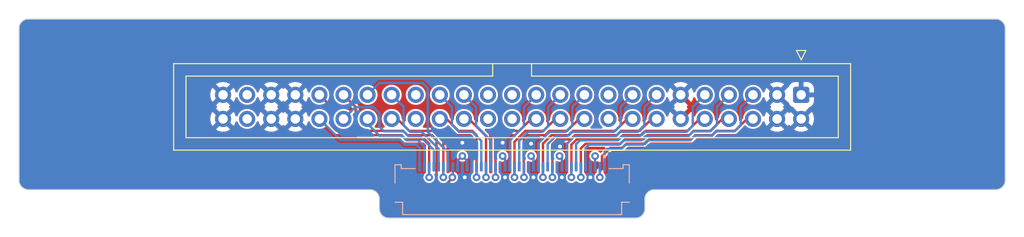
<source format=kicad_pcb>
(kicad_pcb (version 20221018) (generator pcbnew)
  (layers (0 "F.Cu" signal) (1 "In1.Cu" signal) (2 "In2.Cu" signal) (31 "B.Cu" signal) (34 "B.Paste" user) (35 "F.Paste" user) (36 "B.SilkS" user "B.Silkscreen") (37 "F.SilkS" user "F.Silkscreen") (38 "B.Mask" user) (39 "F.Mask" user) (44 "Edge.Cuts" user))
  (net 0 "")
  (net 1 "GND")
  (net 2 "RCP-58")
  (net 3 "RCP-57")
  (net 4 "RCP-54")
  (net 5 "RCP-53")
  (net 6 "RCP-52")
  (net 7 "RCP-51")
  (net 8 "RCP-50")
  (net 9 "RCP-47")
  (net 10 "RCP-46")
  (net 11 "RCP-45")
  (net 12 "3v3")
  (net 13 "RCP-44")
  (net 14 "RCP-41")
  (net 15 "RCP-40")
  (net 16 "RCP-39")
  (net 17 "RCP-38")
  (net 18 "RCP-35")
  (net 23 "RCP-34")
  (net 24 "RCP-33")
  (net 25 "RCP-32")
  (net 26 "RCP-31")
  (net 27 "PIF-5")
  (net 28 "PIF-3")
  (net 29 "PIF-1")
  (net 30 "CPU-57")
  (net 31 "RCP-26")
  (net 32 "PIF-7")
  (net 33 "PIF-23")
  (net 34 "SYNC")
  (footprint "Connector_IDC:IDC-Header_2x25_P2.54mm_Vertical" (layer "F.Cu") (at 192.48 72 -90)
    (fp_text reference "J1" hide)
    (fp_text value "Conn_02x25_Top_Bottom")
    (fp_line (start -4.68 -0.5) (end -4.68 0.5) (stroke (width 0.12)) (layer "F.SilkS"))
    (fp_line (start -4.68 0.5) (end -3.68 0) (stroke (width 0.12)) (layer "F.SilkS"))
    (fp_line (start -3.68 0) (end -4.68 -0.5) (stroke (width 0.12)) (layer "F.SilkS"))
    (fp_line (start -3.29 -5.21) (end 5.83 -5.21) (stroke (width 0.12)) (layer "F.SilkS"))
    (fp_line (start -3.29 28.43) (end -1.98 28.43) (stroke (width 0.12)) (layer "F.SilkS"))
    (fp_line (start -3.29 66.17) (end -3.29 -5.21) (stroke (width 0.12)) (layer "F.SilkS"))
    (fp_line (start -1.98 -3.91) (end 4.52 -3.91) (stroke (width 0.12)) (layer "F.SilkS"))
    (fp_line (start -1.98 28.43) (end -1.98 -3.91) (stroke (width 0.12)) (layer "F.SilkS"))
    (fp_line (start -1.98 32.53) (end -3.29 32.53) (stroke (width 0.12)) (layer "F.SilkS"))
    (fp_line (start -1.98 32.53) (end -1.98 32.53) (stroke (width 0.12)) (layer "F.SilkS"))
    (fp_line (start -1.98 64.87) (end -1.98 32.53) (stroke (width 0.12)) (layer "F.SilkS"))
    (fp_line (start 4.52 -3.91) (end 4.52 64.87) (stroke (width 0.12)) (layer "F.SilkS"))
    (fp_line (start 4.52 64.87) (end -1.98 64.87) (stroke (width 0.12)) (layer "F.SilkS"))
    (fp_line (start 5.83 -5.21) (end 5.83 66.17) (stroke (width 0.12)) (layer "F.SilkS"))
    (fp_line (start 5.83 66.17) (end -3.29 66.17) (stroke (width 0.12)) (layer "F.SilkS"))
    (pad "1" thru_hole roundrect (at 0 0 270) (size 1.7 1.7) (drill 1) (layers "*.Cu" "*.Mask") (roundrect_rratio 0.1470588235) (net 1 "GND"))
    (pad "2" thru_hole circle (at 2.54 0 270) (size 1.7 1.7) (drill 1) (layers "*.Cu" "*.Mask") (net 1 "GND"))
    (pad "3" thru_hole circle (at 0 2.54 270) (size 1.7 1.7) (drill 1) (layers "*.Cu" "*.Mask") (net 1 "GND"))
    (pad "4" thru_hole circle (at 2.54 2.54 270) (size 1.7 1.7) (drill 1) (layers "*.Cu" "*.Mask") (net 1 "GND"))
    (pad "5" thru_hole circle (at 0 5.08 270) (size 1.7 1.7) (drill 1) (layers "*.Cu" "*.Mask") (net 2 "RCP-58"))
    (pad "6" thru_hole circle (at 2.54 5.08 270) (size 1.7 1.7) (drill 1) (layers "*.Cu" "*.Mask") (net 3 "RCP-57"))
    (pad "7" thru_hole circle (at 0 7.62 270) (size 1.7 1.7) (drill 1) (layers "*.Cu" "*.Mask") (net 4 "RCP-54"))
    (pad "8" thru_hole circle (at 2.54 7.62 270) (size 1.7 1.7) (drill 1) (layers "*.Cu" "*.Mask") (net 5 "RCP-53"))
    (pad "9" thru_hole circle (at 0 10.16 270) (size 1.7 1.7) (drill 1) (layers "*.Cu" "*.Mask") (net 6 "RCP-52"))
    (pad "10" thru_hole circle (at 2.54 10.16 270) (size 1.7 1.7) (drill 1) (layers "*.Cu" "*.Mask") (net 7 "RCP-51"))
    (pad "11" thru_hole circle (at 0 12.7 270) (size 1.7 1.7) (drill 1) (layers "*.Cu" "*.Mask") (net 1 "GND"))
    (pad "12" thru_hole circle (at 2.54 12.7 270) (size 1.7 1.7) (drill 1) (layers "*.Cu" "*.Mask") (net 1 "GND"))
    (pad "13" thru_hole circle (at 0 15.24 270) (size 1.7 1.7) (drill 1) (layers "*.Cu" "*.Mask") (net 8 "RCP-50"))
    (pad "14" thru_hole circle (at 2.54 15.24 270) (size 1.7 1.7) (drill 1) (layers "*.Cu" "*.Mask") (net 9 "RCP-47"))
    (pad "15" thru_hole circle (at 0 17.78 270) (size 1.7 1.7) (drill 1) (layers "*.Cu" "*.Mask") (net 10 "RCP-46"))
    (pad "16" thru_hole circle (at 2.54 17.78 270) (size 1.7 1.7) (drill 1) (layers "*.Cu" "*.Mask") (net 11 "RCP-45"))
    (pad "17" thru_hole circle (at 0 20.32 270) (size 1.7 1.7) (drill 1) (layers "*.Cu" "*.Mask") (net 12 "3v3"))
    (pad "18" thru_hole circle (at 2.54 20.32 270) (size 1.7 1.7) (drill 1) (layers "*.Cu" "*.Mask") (net 12 "3v3"))
    (pad "19" thru_hole circle (at 0 22.86 270) (size 1.7 1.7) (drill 1) (layers "*.Cu" "*.Mask") (net 13 "RCP-44"))
    (pad "20" thru_hole circle (at 2.54 22.86 270) (size 1.7 1.7) (drill 1) (layers "*.Cu" "*.Mask") (net 14 "RCP-41"))
    (pad "21" thru_hole circle (at 0 25.4 270) (size 1.7 1.7) (drill 1) (layers "*.Cu" "*.Mask") (net 15 "RCP-40"))
    (pad "22" thru_hole circle (at 2.54 25.4 270) (size 1.7 1.7) (drill 1) (layers "*.Cu" "*.Mask") (net 16 "RCP-39"))
    (pad "23" thru_hole circle (at 0 27.94 270) (size 1.7 1.7) (drill 1) (layers "*.Cu" "*.Mask") (net 17 "RCP-38"))
    (pad "24" thru_hole circle (at 2.54 27.94 270) (size 1.7 1.7) (drill 1) (layers "*.Cu" "*.Mask") (net 18 "RCP-35"))
    (pad "25" thru_hole circle (at 0 30.48 270) (size 1.7 1.7) (drill 1) (layers "*.Cu" "*.Mask"))
    (pad "26" thru_hole circle (at 2.54 30.48 270) (size 1.7 1.7) (drill 1) (layers "*.Cu" "*.Mask"))
    (pad "27" thru_hole circle (at 0 33.02 270) (size 1.7 1.7) (drill 1) (layers "*.Cu" "*.Mask"))
    (pad "28" thru_hole circle (at 2.54 33.02 270) (size 1.7 1.7) (drill 1) (layers "*.Cu" "*.Mask"))
    (pad "29" thru_hole circle (at 0 35.56 270) (size 1.7 1.7) (drill 1) (layers "*.Cu" "*.Mask") (net 23 "RCP-34"))
    (pad "30" thru_hole circle (at 2.54 35.56 270) (size 1.7 1.7) (drill 1) (layers "*.Cu" "*.Mask") (net 24 "RCP-33"))
    (pad "31" thru_hole circle (at 0 38.1 270) (size 1.7 1.7) (drill 1) (layers "*.Cu" "*.Mask") (net 25 "RCP-32"))
    (pad "32" thru_hole circle (at 2.54 38.1 270) (size 1.7 1.7) (drill 1) (layers "*.Cu" "*.Mask") (net 26 "RCP-31"))
    (pad "33" thru_hole circle (at 0 40.64 270) (size 1.7 1.7) (drill 1) (layers "*.Cu" "*.Mask") (net 12 "3v3"))
    (pad "34" thru_hole circle (at 2.54 40.64 270) (size 1.7 1.7) (drill 1) (layers "*.Cu" "*.Mask") (net 12 "3v3"))
    (pad "35" thru_hole circle (at 0 43.18 270) (size 1.7 1.7) (drill 1) (layers "*.Cu" "*.Mask") (net 27 "PIF-5"))
    (pad "36" thru_hole circle (at 2.54 43.18 270) (size 1.7 1.7) (drill 1) (layers "*.Cu" "*.Mask") (net 28 "PIF-3"))
    (pad "37" thru_hole circle (at 0 45.72 270) (size 1.7 1.7) (drill 1) (layers "*.Cu" "*.Mask") (net 29 "PIF-1"))
    (pad "38" thru_hole circle (at 2.54 45.72 270) (size 1.7 1.7) (drill 1) (layers "*.Cu" "*.Mask") (net 30 "CPU-57"))
    (pad "39" thru_hole circle (at 0 48.26 270) (size 1.7 1.7) (drill 1) (layers "*.Cu" "*.Mask") (net 31 "RCP-26"))
    (pad "40" thru_hole circle (at 2.54 48.26 270) (size 1.7 1.7) (drill 1) (layers "*.Cu" "*.Mask") (net 32 "PIF-7"))
    (pad "41" thru_hole circle (at 0 50.8 270) (size 1.7 1.7) (drill 1) (layers "*.Cu" "*.Mask") (net 33 "PIF-23"))
    (pad "42" thru_hole circle (at 2.54 50.8 270) (size 1.7 1.7) (drill 1) (layers "*.Cu" "*.Mask") (net 34 "SYNC"))
    (pad "43" thru_hole circle (at 0 53.34 270) (size 1.7 1.7) (drill 1) (layers "*.Cu" "*.Mask") (net 1 "GND"))
    (pad "44" thru_hole circle (at 2.54 53.34 270) (size 1.7 1.7) (drill 1) (layers "*.Cu" "*.Mask") (net 1 "GND"))
    (pad "45" thru_hole circle (at 0 55.88 270) (size 1.7 1.7) (drill 1) (layers "*.Cu" "*.Mask") (net 1 "GND"))
    (pad "46" thru_hole circle (at 2.54 55.88 270) (size 1.7 1.7) (drill 1) (layers "*.Cu" "*.Mask") (net 1 "GND"))
    (pad "47" thru_hole circle (at 0 58.42 270) (size 1.7 1.7) (drill 1) (layers "*.Cu" "*.Mask"))
    (pad "48" thru_hole circle (at 2.54 58.42 270) (size 1.7 1.7) (drill 1) (layers "*.Cu" "*.Mask"))
    (pad "49" thru_hole circle (at 0 60.96 270) (size 1.7 1.7) (drill 1) (layers "*.Cu" "*.Mask") (net 1 "GND"))
    (pad "50" thru_hole circle (at 2.54 60.96 270) (size 1.7 1.7) (drill 1) (layers "*.Cu" "*.Mask") (net 1 "GND"))
  )
  (footprint "505110-4091:MOLEX_505110-4091" (layer "B.Cu") (at 162 82 180)
    (fp_text reference "J2" hide)
    (fp_text value "Conn_01x40")
    (fp_line (start -12.35 -1.325) (end -11.55 -1.325) (stroke (width 0.127)) (layer "B.SilkS"))
    (fp_line (start -12.35 2.625) (end -12.35 0.695) (stroke (width 0.127)) (layer "B.SilkS"))
    (fp_line (start -11.7 2.225) (end -11.7 2.625) (stroke (width 0.127)) (layer "B.SilkS"))
    (fp_line (start -11.7 2.225) (end -10.22 2.225) (stroke (width 0.127)) (layer "B.SilkS"))
    (fp_line (start -11.7 2.625) (end -12.35 2.625) (stroke (width 0.127)) (layer "B.SilkS"))
    (fp_line (start -11.55 -2.625) (end 11.55 -2.625) (stroke (width 0.127)) (layer "B.SilkS"))
    (fp_line (start -11.55 -1.325) (end -11.55 -2.625) (stroke (width 0.127)) (layer "B.SilkS"))
    (fp_line (start 10.22 2.225) (end 11.7 2.225) (stroke (width 0.127)) (layer "B.SilkS"))
    (fp_line (start 11.55 -2.625) (end 11.55 -1.325) (stroke (width 0.127)) (layer "B.SilkS"))
    (fp_line (start 11.55 -1.325) (end 12.35 -1.325) (stroke (width 0.127)) (layer "B.SilkS"))
    (fp_line (start 11.7 2.625) (end 11.7 2.225) (stroke (width 0.127)) (layer "B.SilkS"))
    (fp_line (start 12.35 0.695) (end 12.35 2.625) (stroke (width 0.127)) (layer "B.SilkS"))
    (fp_line (start 12.35 2.625) (end 11.7 2.625) (stroke (width 0.127)) (layer "B.SilkS"))
    (fp_circle (center -9.75 3.5) (end -9.65 3.5) (stroke (width 0.2)) (fill none) (layer "B.SilkS"))
    (pad "1" smd rect (at -9.75 2.425 180) (size 0.3 1) (layers "B.Cu" "B.Paste" "B.Mask") (net 2 "RCP-58"))
    (pad "2" smd rect (at -9.25 2.425 180) (size 0.3 1) (layers "B.Cu" "B.Paste" "B.Mask") (net 3 "RCP-57"))
    (pad "3" smd rect (at -8.75 2.425 180) (size 0.3 1) (layers "B.Cu" "B.Paste" "B.Mask") (net 12 "3v3"))
    (pad "4" smd rect (at -8.25 2.425 180) (size 0.3 1) (layers "B.Cu" "B.Paste" "B.Mask") (net 1 "GND"))
    (pad "5" smd rect (at -7.75 2.425 180) (size 0.3 1) (layers "B.Cu" "B.Paste" "B.Mask") (net 4 "RCP-54"))
    (pad "6" smd rect (at -7.25 2.425 180) (size 0.3 1) (layers "B.Cu" "B.Paste" "B.Mask") (net 5 "RCP-53"))
    (pad "7" smd rect (at -6.75 2.425 180) (size 0.3 1) (layers "B.Cu" "B.Paste" "B.Mask") (net 6 "RCP-52"))
    (pad "8" smd rect (at -6.25 2.425 180) (size 0.3 1) (layers "B.Cu" "B.Paste" "B.Mask") (net 7 "RCP-51"))
    (pad "9" smd rect (at -5.75 2.425 180) (size 0.3 1) (layers "B.Cu" "B.Paste" "B.Mask") (net 8 "RCP-50"))
    (pad "10" smd rect (at -5.25 2.425 180) (size 0.3 1) (layers "B.Cu" "B.Paste" "B.Mask") (net 12 "3v3"))
    (pad "11" smd rect (at -4.75 2.425 180) (size 0.3 1) (layers "B.Cu" "B.Paste" "B.Mask") (net 1 "GND"))
    (pad "12" smd rect (at -4.25 2.425 180) (size 0.3 1) (layers "B.Cu" "B.Paste" "B.Mask") (net 9 "RCP-47"))
    (pad "13" smd rect (at -3.75 2.425 180) (size 0.3 1) (layers "B.Cu" "B.Paste" "B.Mask") (net 10 "RCP-46"))
    (pad "14" smd rect (at -3.25 2.425 180) (size 0.3 1) (layers "B.Cu" "B.Paste" "B.Mask") (net 11 "RCP-45"))
    (pad "15" smd rect (at -2.75 2.425 180) (size 0.3 1) (layers "B.Cu" "B.Paste" "B.Mask") (net 13 "RCP-44"))
    (pad "16" smd rect (at -2.25 2.425 180) (size 0.3 1) (layers "B.Cu" "B.Paste" "B.Mask") (net 12 "3v3"))
    (pad "17" smd rect (at -1.75 2.425 180) (size 0.3 1) (layers "B.Cu" "B.Paste" "B.Mask") (net 1 "GND"))
    (pad "18" smd rect (at -1.25 2.425 180) (size 0.3 1) (layers "B.Cu" "B.Paste" "B.Mask") (net 14 "RCP-41"))
    (pad "19" smd rect (at -0.75 2.425 180) (size 0.3 1) (layers "B.Cu" "B.Paste" "B.Mask") (net 15 "RCP-40"))
    (pad "20" smd rect (at -0.25 2.425 180) (size 0.3 1) (layers "B.Cu" "B.Paste" "B.Mask") (net 16 "RCP-39"))
    (pad "21" smd rect (at 0.25 2.425 180) (size 0.3 1) (layers "B.Cu" "B.Paste" "B.Mask") (net 17 "RCP-38"))
    (pad "22" smd rect (at 0.75 2.425 180) (size 0.3 1) (layers "B.Cu" "B.Paste" "B.Mask") (net 12 "3v3"))
    (pad "23" smd rect (at 1.25 2.425 180) (size 0.3 1) (layers "B.Cu" "B.Paste" "B.Mask") (net 1 "GND"))
    (pad "24" smd rect (at 1.75 2.425 180) (size 0.3 1) (layers "B.Cu" "B.Paste" "B.Mask") (net 18 "RCP-35"))
    (pad "25" smd rect (at 2.25 2.425 180) (size 0.3 1) (layers "B.Cu" "B.Paste" "B.Mask") (net 23 "RCP-34"))
    (pad "26" smd rect (at 2.75 2.425 180) (size 0.3 1) (layers "B.Cu" "B.Paste" "B.Mask") (net 24 "RCP-33"))
    (pad "27" smd rect (at 3.25 2.425 180) (size 0.3 1) (layers "B.Cu" "B.Paste" "B.Mask") (net 25 "RCP-32"))
    (pad "28" smd rect (at 3.75 2.425 180) (size 0.3 1) (layers "B.Cu" "B.Paste" "B.Mask") (net 26 "RCP-31"))
    (pad "29" smd rect (at 4.25 2.425 180) (size 0.3 1) (layers "B.Cu" "B.Paste" "B.Mask") (net 1 "GND"))
    (pad "30" smd rect (at 4.75 2.425 180) (size 0.3 1) (layers "B.Cu" "B.Paste" "B.Mask") (net 12 "3v3"))
    (pad "31" smd rect (at 5.25 2.425 180) (size 0.3 1) (layers "B.Cu" "B.Paste" "B.Mask") (net 1 "GND"))
    (pad "32" smd rect (at 5.75 2.425 180) (size 0.3 1) (layers "B.Cu" "B.Paste" "B.Mask") (net 12 "3v3"))
    (pad "33" smd rect (at 6.25 2.425 180) (size 0.3 1) (layers "B.Cu" "B.Paste" "B.Mask") (net 31 "RCP-26"))
    (pad "34" smd rect (at 6.75 2.425 180) (size 0.3 1) (layers "B.Cu" "B.Paste" "B.Mask") (net 29 "PIF-1"))
    (pad "35" smd rect (at 7.25 2.425 180) (size 0.3 1) (layers "B.Cu" "B.Paste" "B.Mask") (net 28 "PIF-3"))
    (pad "36" smd rect (at 7.75 2.425 180) (size 0.3 1) (layers "B.Cu" "B.Paste" "B.Mask") (net 27 "PIF-5"))
    (pad "37" smd rect (at 8.25 2.425 180) (size 0.3 1) (layers "B.Cu" "B.Paste" "B.Mask") (net 32 "PIF-7"))
    (pad "38" smd rect (at 8.75 2.425 180) (size 0.3 1) (layers "B.Cu" "B.Paste" "B.Mask") (net 33 "PIF-23"))
    (pad "39" smd rect (at 9.25 2.425 180) (size 0.3 1) (layers "B.Cu" "B.Paste" "B.Mask") (net 30 "CPU-57"))
    (pad "40" smd rect (at 9.75 2.425 180) (size 0.3 1) (layers "B.Cu" "B.Paste" "B.Mask") (net 34 "SYNC"))
    (pad "MP" smd rect (at -12.05 -0.275 180) (size 2 1.3) (layers "B.Cu" "B.Paste" "B.Mask") (net 1 "GND"))
    (pad "MP" smd rect (at 12.05 -0.275 180) (size 2 1.3) (layers "B.Cu" "B.Paste" "B.Mask") (net 1 "GND"))
  )
  (gr_arc (start 149 85) (mid 148.292893 84.707107) (end 148 84) (stroke (width 0.1)) (layer "Edge.Cuts"))
  (gr_line (start 214 65) (end 214 81) (stroke (width 0.1)) (layer "Edge.Cuts"))
  (gr_arc (start 213 64) (mid 213.707107 64.292893) (end 214 65) (stroke (width 0.1)) (layer "Edge.Cuts"))
  (gr_line (start 175 85) (end 149 85) (stroke (width 0.1)) (layer "Edge.Cuts"))
  (gr_line (start 110 81) (end 110 65) (stroke (width 0.1)) (layer "Edge.Cuts"))
  (gr_arc (start 176 83) (mid 176.292893 82.292893) (end 177 82) (stroke (width 0.1)) (layer "Edge.Cuts"))
  (gr_line (start 147 82) (end 111 82) (stroke (width 0.1)) (layer "Edge.Cuts"))
  (gr_arc (start 110 65) (mid 110.292893 64.292893) (end 111 64) (stroke (width 0.1)) (layer "Edge.Cuts"))
  (gr_line (start 176 84) (end 176 83) (stroke (width 0.1)) (layer "Edge.Cuts"))
  (gr_arc (start 176 84) (mid 175.707107 84.707107) (end 175 85) (stroke (width 0.1)) (layer "Edge.Cuts"))
  (gr_arc (start 214 81) (mid 213.707107 81.707107) (end 213 82) (stroke (width 0.1)) (layer "Edge.Cuts"))
  (gr_arc (start 111 82) (mid 110.292893 81.707107) (end 110 81) (stroke (width 0.1)) (layer "Edge.Cuts"))
  (gr_line (start 111 64) (end 213 64) (stroke (width 0.1)) (layer "Edge.Cuts"))
  (gr_line (start 177 82) (end 213 82) (stroke (width 0.1)) (layer "Edge.Cuts"))
  (gr_line (start 148 84) (end 148 83) (stroke (width 0.1)) (layer "Edge.Cuts"))
  (gr_arc (start 147 82) (mid 147.707107 82.292893) (end 148 83) (stroke (width 0.1)) (layer "Edge.Cuts"))
  (via (at 161 77.05) (size 0.8) (drill 0.4) (layers "F.Cu" "B.Cu") (net 1))
  (via (at 161.25 80.7) (size 0.8) (drill 0.4) (layers "F.Cu" "B.Cu") (net 1))
  (via (at 170.25 80.7) (size 0.8) (drill 0.4) (layers "F.Cu" "B.Cu") (net 1))
  (via (at 157 80.7) (size 0.8) (drill 0.4) (layers "F.Cu" "B.Cu") (net 1))
  (via (at 164 77.15) (size 0.8) (drill 0.4) (layers "F.Cu" "B.Cu") (net 1))
  (via (at 167.25 80.7) (size 0.8) (drill 0.4) (layers "F.Cu" "B.Cu") (net 1))
  (via (at 156.75 77.05) (size 0.8) (drill 0.4) (layers "F.Cu" "B.Cu") (net 1))
  (via (at 167.05 77.45) (size 0.8) (drill 0.4) (layers "F.Cu" "B.Cu") (net 1))
  (via (at 164.25 80.7) (size 0.8) (drill 0.4) (layers "F.Cu" "B.Cu") (net 1))
  (segment (start 172 77.7) (end 171.75 77.95) (width 0.25) (layer "B.Cu") (net 2))
  (segment (start 181.272792 76.3) (end 180.772792 76.8) (width 0.25) (layer "B.Cu") (net 2))
  (segment (start 171.75 77.95) (end 171.75 79.575) (width 0.25) (layer "B.Cu") (net 2))
  (segment (start 183.536396 75.85) (end 183.086396 76.3) (width 0.25) (layer "B.Cu") (net 2))
  (segment (start 180.772792 76.8) (end 176.259188 76.8) (width 0.25) (layer "B.Cu") (net 2))
  (segment (start 186.1 75.2) (end 185.45 75.85) (width 0.25) (layer "B.Cu") (net 2))
  (segment (start 173.495584 77.7) (end 172 77.7) (width 0.25) (layer "B.Cu") (net 2))
  (segment (start 173.945584 77.25) (end 173.495584 77.7) (width 0.25) (layer "B.Cu") (net 2))
  (segment (start 176.259188 76.8) (end 175.809188 77.25) (width 0.25) (layer "B.Cu") (net 2))
  (segment (start 175.809188 77.25) (end 173.945584 77.25) (width 0.25) (layer "B.Cu") (net 2))
  (segment (start 183.086396 76.3) (end 181.272792 76.3) (width 0.25) (layer "B.Cu") (net 2))
  (segment (start 185.45 75.85) (end 183.536396 75.85) (width 0.25) (layer "B.Cu") (net 2))
  (segment (start 186.1 73.3) (end 186.1 75.2) (width 0.25) (layer "B.Cu") (net 2))
  (segment (start 187.4 72) (end 186.1 73.3) (width 0.25) (layer "B.Cu") (net 2))
  (segment (start 174.065584 77.15) (end 176.009188 77.15) (width 0.25) (layer "F.Cu") (net 3))
  (segment (start 173.615584 77.6) (end 174.065584 77.15) (width 0.25) (layer "F.Cu") (net 3))
  (segment (start 176.459188 76.7) (end 180.872792 76.7) (width 0.25) (layer "F.Cu") (net 3))
  (segment (start 180.872792 76.7) (end 181.322792 76.25) (width 0.25) (layer "F.Cu") (net 3))
  (segment (start 176.009188 77.15) (end 176.459188 76.7) (width 0.25) (layer "F.Cu") (net 3))
  (segment (start 183.536396 75.8) (end 185.5 75.8) (width 0.25) (layer "F.Cu") (net 3))
  (segment (start 185.5 75.8) (end 186.76 74.54) (width 0.25) (layer "F.Cu") (net 3))
  (segment (start 186.76 74.54) (end 187.4 74.54) (width 0.25) (layer "F.Cu") (net 3))
  (segment (start 181.322792 76.25) (end 183.086396 76.25) (width 0.25) (layer "F.Cu") (net 3))
  (segment (start 171.25 80.05) (end 171.475 79.825) (width 0.25) (layer "F.Cu") (net 3))
  (segment (start 171.475 78.475) (end 172.35 77.6) (width 0.25) (layer "F.Cu") (net 3))
  (segment (start 171.475 79.825) (end 171.475 78.475) (width 0.25) (layer "F.Cu") (net 3))
  (segment (start 183.086396 76.25) (end 183.536396 75.8) (width 0.25) (layer "F.Cu") (net 3))
  (segment (start 172.35 77.6) (end 173.615584 77.6) (width 0.25) (layer "F.Cu") (net 3))
  (segment (start 171.25 80.7) (end 171.25 80.05) (width 0.25) (layer "F.Cu") (net 3))
  (via (at 171.25 80.7) (size 0.8) (drill 0.4) (layers "F.Cu" "B.Cu") (net 3))
  (segment (start 171.25 79.575) (end 171.25 80.7) (width 0.25) (layer "B.Cu") (net 3))
  (segment (start 183.6 73.26) (end 183.6 75.15) (width 0.25) (layer "B.Cu") (net 4))
  (segment (start 184.86 72) (end 183.6 73.26) (width 0.25) (layer "B.Cu") (net 4))
  (segment (start 181.086396 75.85) (end 180.586396 76.35) (width 0.25) (layer "B.Cu") (net 4))
  (segment (start 173.759188 76.8) (end 173.309188 77.25) (width 0.25) (layer "B.Cu") (net 4))
  (segment (start 173.309188 77.25) (end 170.1 77.25) (width 0.25) (layer "B.Cu") (net 4))
  (segment (start 176.072792 76.35) (end 175.622792 76.8) (width 0.25) (layer "B.Cu") (net 4))
  (segment (start 180.586396 76.35) (end 176.072792 76.35) (width 0.25) (layer "B.Cu") (net 4))
  (segment (start 182.9 75.85) (end 181.086396 75.85) (width 0.25) (layer "B.Cu") (net 4))
  (segment (start 170.1 77.25) (end 169.75 77.6) (width 0.25) (layer "B.Cu") (net 4))
  (segment (start 169.75 77.6) (end 169.75 79.575) (width 0.25) (layer "B.Cu") (net 4))
  (segment (start 175.622792 76.8) (end 173.759188 76.8) (width 0.25) (layer "B.Cu") (net 4))
  (segment (start 183.6 75.15) (end 182.9 75.85) (width 0.25) (layer "B.Cu") (net 4))
  (segment (start 175.822792 76.7) (end 176.272792 76.25) (width 0.25) (layer "F.Cu") (net 5))
  (segment (start 169.25 77.65) (end 169.75 77.15) (width 0.25) (layer "F.Cu") (net 5))
  (segment (start 169.75 77.15) (end 173.429188 77.15) (width 0.25) (layer "F.Cu") (net 5))
  (segment (start 181.136396 75.8) (end 182.9 75.8) (width 0.25) (layer "F.Cu") (net 5))
  (segment (start 182.9 75.8) (end 184.16 74.54) (width 0.25) (layer "F.Cu") (net 5))
  (segment (start 173.429188 77.15) (end 173.879188 76.7) (width 0.25) (layer "F.Cu") (net 5))
  (segment (start 176.272792 76.25) (end 180.686396 76.25) (width 0.25) (layer "F.Cu") (net 5))
  (segment (start 169.25 80.7) (end 169.25 77.65) (width 0.25) (layer "F.Cu") (net 5))
  (segment (start 173.879188 76.7) (end 175.822792 76.7) (width 0.25) (layer "F.Cu") (net 5))
  (segment (start 184.16 74.54) (end 184.86 74.54) (width 0.25) (layer "F.Cu") (net 5))
  (segment (start 180.686396 76.25) (end 181.136396 75.8) (width 0.25) (layer "F.Cu") (net 5))
  (via (at 169.25 80.7) (size 0.8) (drill 0.4) (layers "F.Cu" "B.Cu") (net 5))
  (segment (start 169.25 80.7) (end 169.25 79.575) (width 0.25) (layer "B.Cu") (net 5))
  (segment (start 173.122792 76.8) (end 169.15 76.8) (width 0.25) (layer "B.Cu") (net 6))
  (segment (start 169.15 76.8) (end 168.75 77.2) (width 0.25) (layer "B.Cu") (net 6))
  (segment (start 175.436396 76.35) (end 173.572792 76.35) (width 0.25) (layer "B.Cu") (net 6))
  (segment (start 181.05 73.27) (end 181.05 75.25) (width 0.25) (layer "B.Cu") (net 6))
  (segment (start 175.886396 75.9) (end 175.436396 76.35) (width 0.25) (layer "B.Cu") (net 6))
  (segment (start 182.32 72) (end 181.05 73.27) (width 0.25) (layer "B.Cu") (net 6))
  (segment (start 180.4 75.9) (end 175.886396 75.9) (width 0.25) (layer "B.Cu") (net 6))
  (segment (start 181.05 75.25) (end 180.4 75.9) (width 0.25) (layer "B.Cu") (net 6))
  (segment (start 173.572792 76.35) (end 173.122792 76.8) (width 0.25) (layer "B.Cu") (net 6))
  (segment (start 168.75 77.2) (end 168.75 79.575) (width 0.25) (layer "B.Cu") (net 6))
  (segment (start 168.809188 76.7) (end 173.242792 76.7) (width 0.25) (layer "F.Cu") (net 7))
  (segment (start 176.086396 75.8) (end 180.5 75.8) (width 0.25) (layer "F.Cu") (net 7))
  (segment (start 181.76 74.54) (end 182.32 74.54) (width 0.25) (layer "F.Cu") (net 7))
  (segment (start 168.25 77.259188) (end 168.809188 76.7) (width 0.25) (layer "F.Cu") (net 7))
  (segment (start 168.25 80.7) (end 168.25 77.259188) (width 0.25) (layer "F.Cu") (net 7))
  (segment (start 173.242792 76.7) (end 173.692792 76.25) (width 0.25) (layer "F.Cu") (net 7))
  (segment (start 173.692792 76.25) (end 175.636396 76.25) (width 0.25) (layer "F.Cu") (net 7))
  (segment (start 180.5 75.8) (end 181.76 74.54) (width 0.25) (layer "F.Cu") (net 7))
  (segment (start 175.636396 76.25) (end 176.086396 75.8) (width 0.25) (layer "F.Cu") (net 7))
  (via (at 168.25 80.7) (size 0.8) (drill 0.4) (layers "F.Cu" "B.Cu") (net 7))
  (segment (start 168.25 80.7) (end 168.25 79.575) (width 0.25) (layer "B.Cu") (net 7))
  (segment (start 175.25 75.9) (end 173.386396 75.9) (width 0.25) (layer "B.Cu") (net 8))
  (segment (start 177.24 72) (end 175.95 73.29) (width 0.25) (layer "B.Cu") (net 8))
  (segment (start 167.75 77.2) (end 167.75 79.575) (width 0.25) (layer "B.Cu") (net 8))
  (segment (start 175.95 73.29) (end 175.95 75.2) (width 0.25) (layer "B.Cu") (net 8))
  (segment (start 173.386396 75.9) (end 172.936396 76.35) (width 0.25) (layer "B.Cu") (net 8))
  (segment (start 172.936396 76.35) (end 168.6 76.35) (width 0.25) (layer "B.Cu") (net 8))
  (segment (start 168.6 76.35) (end 167.75 77.2) (width 0.25) (layer "B.Cu") (net 8))
  (segment (start 175.95 75.2) (end 175.25 75.9) (width 0.25) (layer "B.Cu") (net 8))
  (segment (start 166.25 80.7) (end 166.25 77.2) (width 0.25) (layer "F.Cu") (net 9))
  (segment (start 166.25 77.2) (end 166.75 76.7) (width 0.25) (layer "F.Cu") (net 9))
  (segment (start 176.71 74.54) (end 177.24 74.54) (width 0.25) (layer "F.Cu") (net 9))
  (segment (start 166.75 76.7) (end 168.172792 76.7) (width 0.25) (layer "F.Cu") (net 9))
  (segment (start 168.172792 76.7) (end 168.622792 76.25) (width 0.25) (layer "F.Cu") (net 9))
  (segment (start 168.622792 76.25) (end 173.056396 76.25) (width 0.25) (layer "F.Cu") (net 9))
  (segment (start 173.506396 75.8) (end 175.45 75.8) (width 0.25) (layer "F.Cu") (net 9))
  (segment (start 173.056396 76.25) (end 173.506396 75.8) (width 0.25) (layer "F.Cu") (net 9))
  (segment (start 175.45 75.8) (end 176.71 74.54) (width 0.25) (layer "F.Cu") (net 9))
  (via (at 166.25 80.7) (size 0.8) (drill 0.4) (layers "F.Cu" "B.Cu") (net 9))
  (segment (start 166.25 79.575) (end 166.25 80.7) (width 0.25) (layer "B.Cu") (net 9))
  (segment (start 172.75 75.9) (end 168.286396 75.9) (width 0.25) (layer "B.Cu") (net 10))
  (segment (start 165.75 77.2) (end 165.75 79.575) (width 0.25) (layer "B.Cu") (net 10))
  (segment (start 173.45 73.25) (end 173.45 75.2) (width 0.25) (layer "B.Cu") (net 10))
  (segment (start 174.7 72) (end 173.45 73.25) (width 0.25) (layer "B.Cu") (net 10))
  (segment (start 166.6 76.35) (end 165.75 77.2) (width 0.25) (layer "B.Cu") (net 10))
  (segment (start 168.286396 75.9) (end 167.836396 76.35) (width 0.25) (layer "B.Cu") (net 10))
  (segment (start 167.836396 76.35) (end 166.6 76.35) (width 0.25) (layer "B.Cu") (net 10))
  (segment (start 173.45 75.2) (end 172.75 75.9) (width 0.25) (layer "B.Cu") (net 10))
  (segment (start 167.986396 76.25) (end 168.436396 75.8) (width 0.25) (layer "F.Cu") (net 11))
  (segment (start 166.15 76.25) (end 167.986396 76.25) (width 0.25) (layer "F.Cu") (net 11))
  (segment (start 174.13 74.54) (end 174.7 74.54) (width 0.25) (layer "F.Cu") (net 11))
  (segment (start 172.87 75.8) (end 174.13 74.54) (width 0.25) (layer "F.Cu") (net 11))
  (segment (start 165.25 77.15) (end 166.15 76.25) (width 0.25) (layer "F.Cu") (net 11))
  (segment (start 168.436396 75.8) (end 172.87 75.8) (width 0.25) (layer "F.Cu") (net 11))
  (segment (start 165.25 80.7) (end 165.25 77.15) (width 0.25) (layer "F.Cu") (net 11))
  (via (at 165.25 80.7) (size 0.8) (drill 0.4) (layers "F.Cu" "B.Cu") (net 11))
  (segment (start 165.25 79.575) (end 165.25 80.7) (width 0.25) (layer "B.Cu") (net 11))
  (via (at 164 78.45) (size 0.8) (drill 0.4) (layers "F.Cu" "B.Cu") (net 12))
  (via (at 167 78.45) (size 0.8) (drill 0.4) (layers "F.Cu" "B.Cu") (net 12))
  (via (at 156.75 78.45) (size 0.8) (drill 0.4) (layers "F.Cu" "B.Cu") (net 12))
  (via (at 170.75 78.45) (size 0.8) (drill 0.4) (layers "F.Cu" "B.Cu") (net 12))
  (via (at 161 78.45) (size 0.8) (drill 0.4) (layers "F.Cu" "B.Cu") (net 12))
  (segment (start 161.25 78.7) (end 161 78.45) (width 0.25) (layer "B.Cu") (net 12))
  (segment (start 167.25 78.7) (end 167 78.45) (width 0.25) (layer "B.Cu") (net 12))
  (segment (start 164.25 79.575) (end 164.25 78.7) (width 0.25) (layer "B.Cu") (net 12))
  (segment (start 157.25 78.95) (end 156.75 78.45) (width 0.25) (layer "B.Cu") (net 12))
  (segment (start 157.25 79.575) (end 157.25 78.95) (width 0.25) (layer "B.Cu") (net 12))
  (segment (start 170.75 79.575) (end 170.75 78.45) (width 0.25) (layer "B.Cu") (net 12))
  (segment (start 156.25 79.575) (end 156.25 78.95) (width 0.25) (layer "B.Cu") (net 12))
  (segment (start 167.25 79.575) (end 167.25 78.7) (width 0.25) (layer "B.Cu") (net 12))
  (segment (start 161.25 79.575) (end 161.25 78.7) (width 0.25) (layer "B.Cu") (net 12))
  (segment (start 156.25 78.95) (end 156.75 78.45) (width 0.25) (layer "B.Cu") (net 12))
  (segment (start 164.25 78.7) (end 164 78.45) (width 0.25) (layer "B.Cu") (net 12))
  (segment (start 167.65 75.9) (end 165.95 75.9) (width 0.25) (layer "B.Cu") (net 13))
  (segment (start 165.95 75.9) (end 164.75 77.1) (width 0.25) (layer "B.Cu") (net 13))
  (segment (start 168.35 73.27) (end 168.35 75.2) (width 0.25) (layer "B.Cu") (net 13))
  (segment (start 169.62 72) (end 168.35 73.27) (width 0.25) (layer "B.Cu") (net 13))
  (segment (start 168.35 75.2) (end 167.65 75.9) (width 0.25) (layer "B.Cu") (net 13))
  (segment (start 164.75 77.1) (end 164.75 79.575) (width 0.25) (layer "B.Cu") (net 13))
  (segment (start 163.586396 76.25) (end 165.486396 76.25) (width 0.25) (layer "F.Cu") (net 14))
  (segment (start 167.8 75.8) (end 169.06 74.54) (width 0.25) (layer "F.Cu") (net 14))
  (segment (start 163.25 80.7) (end 163.225 80.675) (width 0.25) (layer "F.Cu") (net 14))
  (segment (start 163.225 80.675) (end 163.225 76.611396) (width 0.25) (layer "F.Cu") (net 14))
  (segment (start 165.486396 76.25) (end 165.936396 75.8) (width 0.25) (layer "F.Cu") (net 14))
  (segment (start 163.225 76.611396) (end 163.586396 76.25) (width 0.25) (layer "F.Cu") (net 14))
  (segment (start 165.936396 75.8) (end 167.8 75.8) (width 0.25) (layer "F.Cu") (net 14))
  (segment (start 169.06 74.54) (end 169.62 74.54) (width 0.25) (layer "F.Cu") (net 14))
  (segment (start 163.25 80.7) (end 163.46 80.7) (width 0.25) (layer "F.Cu") (net 14))
  (via (at 163.25 80.7) (size 0.8) (drill 0.4) (layers "F.Cu" "B.Cu") (net 14))
  (segment (start 163.25 79.575) (end 163.25 80.7) (width 0.25) (layer "B.Cu") (net 14))
  (segment (start 165.8 73.28) (end 165.8 75.3) (width 0.25) (layer "B.Cu") (net 15))
  (segment (start 165.8 75.3) (end 165.2 75.9) (width 0.25) (layer "B.Cu") (net 15))
  (segment (start 163.7 75.9) (end 162.75 76.85) (width 0.25) (layer "B.Cu") (net 15))
  (segment (start 167.08 72) (end 165.8 73.28) (width 0.25) (layer "B.Cu") (net 15))
  (segment (start 162.75 76.85) (end 162.75 79.575) (width 0.25) (layer "B.Cu") (net 15))
  (segment (start 165.2 75.9) (end 163.7 75.9) (width 0.25) (layer "B.Cu") (net 15))
  (segment (start 166.56 74.54) (end 167.08 74.54) (width 0.25) (layer "F.Cu") (net 16))
  (segment (start 162.25 76.95) (end 163.4 75.8) (width 0.25) (layer "F.Cu") (net 16))
  (segment (start 163.4 75.8) (end 165.3 75.8) (width 0.25) (layer "F.Cu") (net 16))
  (segment (start 162.25 80.7) (end 162.25 76.95) (width 0.25) (layer "F.Cu") (net 16))
  (segment (start 165.3 75.8) (end 166.56 74.54) (width 0.25) (layer "F.Cu") (net 16))
  (via (at 162.25 80.7) (size 0.8) (drill 0.4) (layers "F.Cu" "B.Cu") (net 16))
  (segment (start 162.25 79.575) (end 162.25 80.7) (width 0.25) (layer "B.Cu") (net 16))
  (segment (start 163.25 73.29) (end 163.25 75.3) (width 0.25) (layer "B.Cu") (net 17))
  (segment (start 163.25 75.3) (end 161.75 76.8) (width 0.25) (layer "B.Cu") (net 17))
  (segment (start 164.54 72) (end 163.25 73.29) (width 0.25) (layer "B.Cu") (net 17))
  (segment (start 161.75 76.8) (end 161.75 79.575) (width 0.25) (layer "B.Cu") (net 17))
  (segment (start 160.25 76.35) (end 160.8 75.8) (width 0.25) (layer "F.Cu") (net 18))
  (segment (start 162.75 75.8) (end 164.01 74.54) (width 0.25) (layer "F.Cu") (net 18))
  (segment (start 164.01 74.54) (end 164.54 74.54) (width 0.25) (layer "F.Cu") (net 18))
  (segment (start 160.8 75.8) (end 162.75 75.8) (width 0.25) (layer "F.Cu") (net 18))
  (segment (start 160.25 80.7) (end 160.25 76.35) (width 0.25) (layer "F.Cu") (net 18))
  (via (at 160.25 80.7) (size 0.8) (drill 0.4) (layers "F.Cu" "B.Cu") (net 18))
  (segment (start 160.25 79.575) (end 160.25 80.7) (width 0.25) (layer "B.Cu") (net 18))
  (segment (start 158.2 75.25) (end 159.75 76.8) (width 0.25) (layer "B.Cu") (net 23))
  (segment (start 159.75 76.8) (end 159.75 79.575) (width 0.25) (layer "B.Cu") (net 23))
  (segment (start 158.2 73.28) (end 158.2 75.25) (width 0.25) (layer "B.Cu") (net 23))
  (segment (start 156.92 72) (end 158.2 73.28) (width 0.25) (layer "B.Cu") (net 23))
  (segment (start 159.25 76.35) (end 157.75 74.85) (width 0.25) (layer "F.Cu") (net 24))
  (segment (start 157.23 74.85) (end 156.92 74.54) (width 0.25) (layer "F.Cu") (net 24))
  (segment (start 159.25 80.7) (end 159.25 76.35) (width 0.25) (layer "F.Cu") (net 24))
  (segment (start 157.75 74.85) (end 157.23 74.85) (width 0.25) (layer "F.Cu") (net 24))
  (via (at 159.25 80.7) (size 0.8) (drill 0.4) (layers "F.Cu" "B.Cu") (net 24))
  (segment (start 159.25 79.575) (end 159.25 80.7) (width 0.25) (layer "B.Cu") (net 24))
  (segment (start 157.8 75.9) (end 158.75 76.85) (width 0.25) (layer "B.Cu") (net 25))
  (segment (start 158.75 76.85) (end 158.75 79.575) (width 0.25) (layer "B.Cu") (net 25))
  (segment (start 154.38 72) (end 155.65 73.27) (width 0.25) (layer "B.Cu") (net 25))
  (segment (start 156.4 75.9) (end 157.8 75.9) (width 0.25) (layer "B.Cu") (net 25))
  (segment (start 155.65 75.15) (end 156.4 75.9) (width 0.25) (layer "B.Cu") (net 25))
  (segment (start 155.65 73.27) (end 155.65 75.15) (width 0.25) (layer "B.Cu") (net 25))
  (segment (start 155.09 74.54) (end 154.38 74.54) (width 0.25) (layer "F.Cu") (net 26))
  (segment (start 158.25 76.25) (end 157.8 75.8) (width 0.25) (layer "F.Cu") (net 26))
  (segment (start 156.35 75.8) (end 155.09 74.54) (width 0.25) (layer "F.Cu") (net 26))
  (segment (start 158.25 80.7) (end 158.25 76.25) (width 0.25) (layer "F.Cu") (net 26))
  (segment (start 157.8 75.8) (end 156.35 75.8) (width 0.25) (layer "F.Cu") (net 26))
  (via (at 158.25 80.7) (size 0.8) (drill 0.4) (layers "F.Cu" "B.Cu") (net 26))
  (segment (start 158.25 79.575) (end 158.25 80.7) (width 0.25) (layer "B.Cu") (net 26))
  (segment (start 149.3 72) (end 150.55 73.25) (width 0.25) (layer "B.Cu") (net 27))
  (segment (start 151.25 75.9) (end 152.459188 75.9) (width 0.25) (layer "B.Cu") (net 27))
  (segment (start 150.55 73.25) (end 150.55 75.2) (width 0.25) (layer "B.Cu") (net 27))
  (segment (start 152.459188 75.9) (end 154.25 77.690812) (width 0.25) (layer "B.Cu") (net 27))
  (segment (start 150.55 75.2) (end 151.25 75.9) (width 0.25) (layer "B.Cu") (net 27))
  (segment (start 154.25 77.690812) (end 154.25 79.575) (width 0.25) (layer "B.Cu") (net 27))
  (segment (start 149.89 74.54) (end 149.3 74.54) (width 0.25) (layer "F.Cu") (net 28))
  (segment (start 154.75 80.7) (end 154.75 76.55) (width 0.25) (layer "F.Cu") (net 28))
  (segment (start 154 75.8) (end 151.15 75.8) (width 0.25) (layer "F.Cu") (net 28))
  (segment (start 154.75 76.55) (end 154 75.8) (width 0.25) (layer "F.Cu") (net 28))
  (segment (start 151.15 75.8) (end 149.89 74.54) (width 0.25) (layer "F.Cu") (net 28))
  (via (at 154.75 80.7) (size 0.8) (drill 0.4) (layers "F.Cu" "B.Cu") (net 28))
  (segment (start 154.75 79.575) (end 154.75 80.7) (width 0.25) (layer "B.Cu") (net 28))
  (segment (start 146.76 72) (end 148.01 70.75) (width 0.25) (layer "B.Cu") (net 29))
  (segment (start 152.55 70.75) (end 153.1 71.3) (width 0.25) (layer "B.Cu") (net 29))
  (segment (start 153.1 71.3) (end 153.1 75.904416) (width 0.25) (layer "B.Cu") (net 29))
  (segment (start 148.01 70.75) (end 152.55 70.75) (width 0.25) (layer "B.Cu") (net 29))
  (segment (start 153.1 75.904416) (end 155.25 78.054416) (width 0.25) (layer "B.Cu") (net 29))
  (segment (start 155.25 78.054416) (end 155.25 79.575) (width 0.25) (layer "B.Cu") (net 29))
  (segment (start 146.76 74.54) (end 146.76 75.06) (width 0.25) (layer "B.Cu") (net 30))
  (segment (start 146.76 75.06) (end 148 76.3) (width 0.25) (layer "B.Cu") (net 30))
  (segment (start 150.877208 76.8) (end 152.086396 76.8) (width 0.25) (layer "B.Cu") (net 30))
  (segment (start 152.086396 76.8) (end 152.75 77.463604) (width 0.25) (layer "B.Cu") (net 30))
  (segment (start 150.377208 76.3) (end 150.877208 76.8) (width 0.25) (layer "B.Cu") (net 30))
  (segment (start 148 76.3) (end 150.377208 76.3) (width 0.25) (layer "B.Cu") (net 30))
  (segment (start 152.75 77.463604) (end 152.75 79.575) (width 0.25) (layer "B.Cu") (net 30))
  (segment (start 145.5 75.2) (end 145.5 73.28) (width 0.25) (layer "F.Cu") (net 31))
  (segment (start 155.7 80.7) (end 155.7 80.775305) (width 0.25) (layer "F.Cu") (net 31))
  (segment (start 146.1 75.8) (end 145.5 75.2) (width 0.25) (layer "F.Cu") (net 31))
  (segment (start 145.5 73.28) (end 144.22 72) (width 0.25) (layer "F.Cu") (net 31))
  (segment (start 150.513604 75.8) (end 146.1 75.8) (width 0.25) (layer "F.Cu") (net 31))
  (segment (start 154.449695 81.425) (end 154.025 81.000305) (width 0.25) (layer "F.Cu") (net 31))
  (segment (start 154.025 76.725) (end 153.55 76.25) (width 0.25) (layer "F.Cu") (net 31))
  (segment (start 155.7 80.775305) (end 155.050305 81.425) (width 0.25) (layer "F.Cu") (net 31))
  (segment (start 155.050305 81.425) (end 154.449695 81.425) (width 0.25) (layer "F.Cu") (net 31))
  (segment (start 154.025 81.000305) (end 154.025 76.725) (width 0.25) (layer "F.Cu") (net 31))
  (segment (start 150.963604 76.25) (end 150.513604 75.8) (width 0.25) (layer "F.Cu") (net 31))
  (segment (start 153.55 76.25) (end 150.963604 76.25) (width 0.25) (layer "F.Cu") (net 31))
  (via (at 155.7 80.7) (size 0.8) (drill 0.4) (layers "F.Cu" "B.Cu") (net 31))
  (segment (start 155.75 80.65) (end 155.7 80.7) (width 0.25) (layer "B.Cu") (net 31))
  (segment (start 155.75 79.575) (end 155.75 80.65) (width 0.25) (layer "B.Cu") (net 31))
  (segment (start 148 73.928299) (end 148 75.35) (width 0.25) (layer "B.Cu") (net 32))
  (segment (start 150.563604 75.85) (end 151.063604 76.35) (width 0.25) (layer "B.Cu") (net 32))
  (segment (start 151.063604 76.35) (end 152.272792 76.35) (width 0.25) (layer "B.Cu") (net 32))
  (segment (start 148 75.35) (end 148.5 75.85) (width 0.25) (layer "B.Cu") (net 32))
  (segment (start 145.46 73.3) (end 147.371701 73.3) (width 0.25) (layer "B.Cu") (net 32))
  (segment (start 147.371701 73.3) (end 148 73.928299) (width 0.25) (layer "B.Cu") (net 32))
  (segment (start 153.75 77.827208) (end 153.75 79.575) (width 0.25) (layer "B.Cu") (net 32))
  (segment (start 152.272792 76.35) (end 153.75 77.827208) (width 0.25) (layer "B.Cu") (net 32))
  (segment (start 148.5 75.85) (end 150.563604 75.85) (width 0.25) (layer "B.Cu") (net 32))
  (segment (start 144.22 74.54) (end 145.46 73.3) (width 0.25) (layer "B.Cu") (net 32))
  (segment (start 143.5 75.8) (end 142.95 75.25) (width 0.25) (layer "F.Cu") (net 33))
  (segment (start 145.463604 75.8) (end 143.5 75.8) (width 0.25) (layer "F.Cu") (net 33))
  (segment (start 153.25 77.15) (end 152.8 76.7) (width 0.25) (layer "F.Cu") (net 33))
  (segment (start 142.95 75.25) (end 142.95 73.27) (width 0.25) (layer "F.Cu") (net 33))
  (segment (start 150.327208 76.25) (end 145.913604 76.25) (width 0.25) (layer "F.Cu") (net 33))
  (segment (start 153.25 80.7) (end 153.25 77.15) (width 0.25) (layer "F.Cu") (net 33))
  (segment (start 150.777208 76.7) (end 150.327208 76.25) (width 0.25) (layer "F.Cu") (net 33))
  (segment (start 152.8 76.7) (end 150.777208 76.7) (width 0.25) (layer "F.Cu") (net 33))
  (segment (start 145.913604 76.25) (end 145.463604 75.8) (width 0.25) (layer "F.Cu") (net 33))
  (segment (start 142.95 73.27) (end 141.68 72) (width 0.25) (layer "F.Cu") (net 33))
  (via (at 153.25 80.7) (size 0.8) (drill 0.4) (layers "F.Cu" "B.Cu") (net 33))
  (segment (start 153.25 79.575) (end 153.25 80.7) (width 0.25) (layer "B.Cu") (net 33))
  (segment (start 151.9 77.25) (end 152.25 77.6) (width 0.25) (layer "B.Cu") (net 34))
  (segment (start 143.89 76.75) (end 150.190812 76.75) (width 0.25) (layer "B.Cu") (net 34))
  (segment (start 150.190812 76.75) (end 150.690812 77.25) (width 0.25) (layer "B.Cu") (net 34))
  (segment (start 141.68 74.54) (end 143.89 76.75) (width 0.25) (layer "B.Cu") (net 34))
  (segment (start 152.25 77.6) (end 152.25 79.575) (width 0.25) (layer "B.Cu") (net 34))
  (segment (start 150.690812 77.25) (end 151.9 77.25) (width 0.25) (layer "B.Cu") (net 34))
  (zone (net 1) (net_name "GND") (layers "F.Cu" "In2.Cu" "B.Cu") (connect_pads thru_hole_only (clearance 0.2)) (min_thickness 0.25) (fill yes (thermal_gap 0.5) (thermal_bridge_width 0.5))
    (polygon (pts (xy 109 63) (xy 215 63) (xy 215 86) (xy 109 86)))
  )
)
</source>
